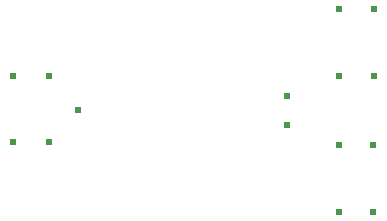
<source format=gbr>
G04 ===== Begin FILE IDENTIFICATION =====*
G04 File Format:  Gerber RS274X*
G04 ===== End FILE IDENTIFICATION =====*
%FSLAX24Y24*%
%MOMM*%
%SFA1.0000B1.0000*%
%OFA0.0B0.0*%
%ADD14C,0.604000*%
%LNhole*%
%IPPOS*%
%LPD*%
G75*
D14*
X558000Y405000D03*
Y461000D03*
X589000Y405000D03*
Y461000D03*
X613210Y431777D03*
X790000Y444000D03*
X790360Y419100D03*
X834000Y345288D03*
Y402288D03*
Y460288D03*
Y517288D03*
X863000Y345288D03*
Y402288D03*
X864000Y460288D03*
Y517288D03*
M02*


</source>
